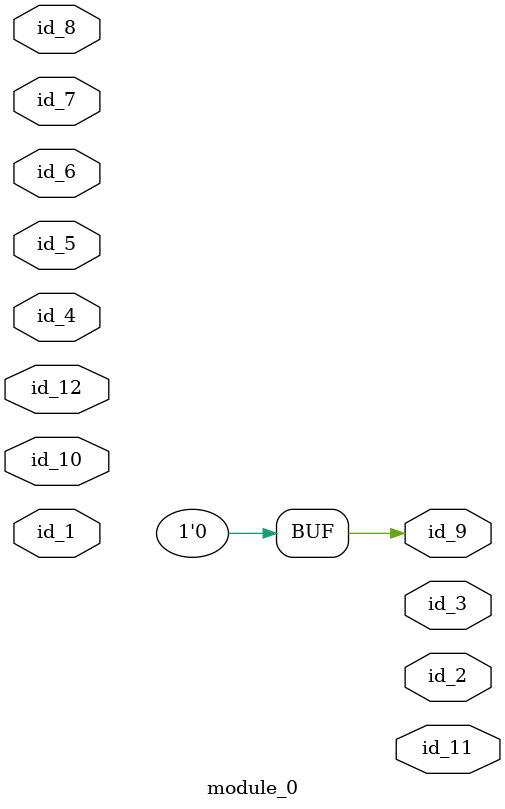
<source format=v>
module module_0 (
    id_1,
    id_2,
    id_3,
    id_4,
    id_5,
    id_6,
    id_7,
    id_8,
    id_9,
    id_10,
    id_11,
    id_12
);
  inout id_12;
  output id_11;
  inout id_10;
  output id_9;
  inout id_8;
  input id_7;
  input id_6;
  input id_5;
  inout id_4;
  output id_3;
  output id_2;
  inout id_1;
  assign #1 id_9 = 1'h0;
endmodule

</source>
